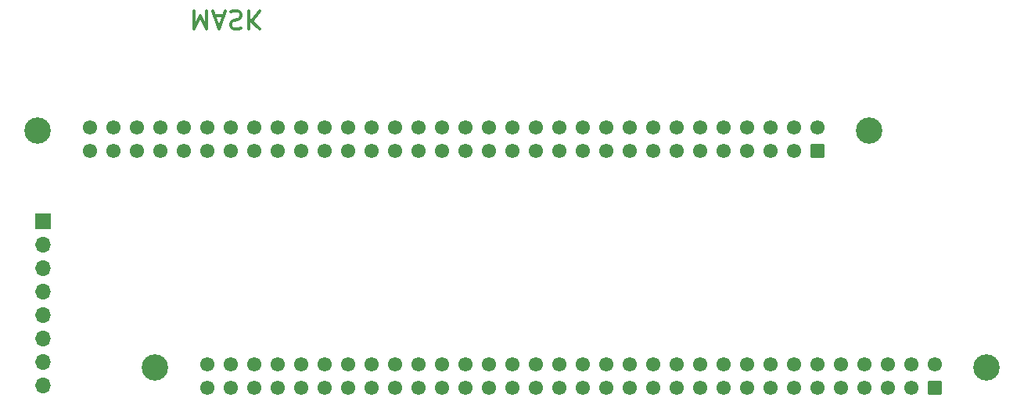
<source format=gbr>
%TF.GenerationSoftware,KiCad,Pcbnew,7.0.11+1*%
%TF.CreationDate,2024-05-02T20:53:07+02:00*%
%TF.ProjectId,Thor_20_backplane,54686f72-5f32-4305-9f62-61636b706c61,0.1*%
%TF.SameCoordinates,Original*%
%TF.FileFunction,Soldermask,Bot*%
%TF.FilePolarity,Negative*%
%FSLAX46Y46*%
G04 Gerber Fmt 4.6, Leading zero omitted, Abs format (unit mm)*
G04 Created by KiCad (PCBNEW 7.0.11+1) date 2024-05-02 20:53:07*
%MOMM*%
%LPD*%
G01*
G04 APERTURE LIST*
G04 Aperture macros list*
%AMRoundRect*
0 Rectangle with rounded corners*
0 $1 Rounding radius*
0 $2 $3 $4 $5 $6 $7 $8 $9 X,Y pos of 4 corners*
0 Add a 4 corners polygon primitive as box body*
4,1,4,$2,$3,$4,$5,$6,$7,$8,$9,$2,$3,0*
0 Add four circle primitives for the rounded corners*
1,1,$1+$1,$2,$3*
1,1,$1+$1,$4,$5*
1,1,$1+$1,$6,$7*
1,1,$1+$1,$8,$9*
0 Add four rect primitives between the rounded corners*
20,1,$1+$1,$2,$3,$4,$5,0*
20,1,$1+$1,$4,$5,$6,$7,0*
20,1,$1+$1,$6,$7,$8,$9,0*
20,1,$1+$1,$8,$9,$2,$3,0*%
G04 Aperture macros list end*
%ADD10C,0.300000*%
%ADD11C,2.850000*%
%ADD12RoundRect,0.249999X0.525001X-0.525001X0.525001X0.525001X-0.525001X0.525001X-0.525001X-0.525001X0*%
%ADD13C,1.550000*%
%ADD14R,1.700000X1.700000*%
%ADD15O,1.700000X1.700000*%
G04 APERTURE END LIST*
D10*
X154057558Y-45599361D02*
X154057558Y-47599361D01*
X154057558Y-47599361D02*
X154724225Y-46170790D01*
X154724225Y-46170790D02*
X155390891Y-47599361D01*
X155390891Y-47599361D02*
X155390891Y-45599361D01*
X156248034Y-46170790D02*
X157200415Y-46170790D01*
X156057558Y-45599361D02*
X156724224Y-47599361D01*
X156724224Y-47599361D02*
X157390891Y-45599361D01*
X157962320Y-45694600D02*
X158248034Y-45599361D01*
X158248034Y-45599361D02*
X158724225Y-45599361D01*
X158724225Y-45599361D02*
X158914701Y-45694600D01*
X158914701Y-45694600D02*
X159009939Y-45789838D01*
X159009939Y-45789838D02*
X159105177Y-45980314D01*
X159105177Y-45980314D02*
X159105177Y-46170790D01*
X159105177Y-46170790D02*
X159009939Y-46361266D01*
X159009939Y-46361266D02*
X158914701Y-46456504D01*
X158914701Y-46456504D02*
X158724225Y-46551742D01*
X158724225Y-46551742D02*
X158343272Y-46646980D01*
X158343272Y-46646980D02*
X158152796Y-46742219D01*
X158152796Y-46742219D02*
X158057558Y-46837457D01*
X158057558Y-46837457D02*
X157962320Y-47027933D01*
X157962320Y-47027933D02*
X157962320Y-47218409D01*
X157962320Y-47218409D02*
X158057558Y-47408885D01*
X158057558Y-47408885D02*
X158152796Y-47504123D01*
X158152796Y-47504123D02*
X158343272Y-47599361D01*
X158343272Y-47599361D02*
X158819463Y-47599361D01*
X158819463Y-47599361D02*
X159105177Y-47504123D01*
X159962320Y-45599361D02*
X159962320Y-47599361D01*
X161105177Y-45599361D02*
X160248034Y-46742219D01*
X161105177Y-47599361D02*
X159962320Y-46456504D01*
D11*
%TO.C,J4*%
X137086000Y-58593000D03*
X227086000Y-58593000D03*
D12*
X221456000Y-60833000D03*
D13*
X218916000Y-60833000D03*
X216376000Y-60833000D03*
X213836000Y-60833000D03*
X211296000Y-60833000D03*
X208756000Y-60833000D03*
X206216000Y-60833000D03*
X203676000Y-60833000D03*
X201136000Y-60833000D03*
X198596000Y-60833000D03*
X196056000Y-60833000D03*
X193516000Y-60833000D03*
X190976000Y-60833000D03*
X188436000Y-60833000D03*
X185896000Y-60833000D03*
X183356000Y-60833000D03*
X180816000Y-60833000D03*
X178276000Y-60833000D03*
X175736000Y-60833000D03*
X173196000Y-60833000D03*
X170656000Y-60833000D03*
X168116000Y-60833000D03*
X165576000Y-60833000D03*
X163036000Y-60833000D03*
X160496000Y-60833000D03*
X157956000Y-60833000D03*
X155416000Y-60833000D03*
X152876000Y-60833000D03*
X150336000Y-60833000D03*
X147796000Y-60833000D03*
X145256000Y-60833000D03*
X142716000Y-60833000D03*
X221456000Y-58293000D03*
X218916000Y-58293000D03*
X216376000Y-58293000D03*
X213836000Y-58293000D03*
X211296000Y-58293000D03*
X208756000Y-58293000D03*
X206216000Y-58293000D03*
X203676000Y-58293000D03*
X201136000Y-58293000D03*
X198596000Y-58293000D03*
X196056000Y-58293000D03*
X193516000Y-58293000D03*
X190976000Y-58293000D03*
X188436000Y-58293000D03*
X185896000Y-58293000D03*
X183356000Y-58293000D03*
X180816000Y-58293000D03*
X178276000Y-58293000D03*
X175736000Y-58293000D03*
X173196000Y-58293000D03*
X170656000Y-58293000D03*
X168116000Y-58293000D03*
X165576000Y-58293000D03*
X163036000Y-58293000D03*
X160496000Y-58293000D03*
X157956000Y-58293000D03*
X155416000Y-58293000D03*
X152876000Y-58293000D03*
X150336000Y-58293000D03*
X147796000Y-58293000D03*
X145256000Y-58293000D03*
X142716000Y-58293000D03*
%TD*%
D11*
%TO.C,J3*%
X149786000Y-84247000D03*
X239786000Y-84247000D03*
D12*
X234156000Y-86487000D03*
D13*
X231616000Y-86487000D03*
X229076000Y-86487000D03*
X226536000Y-86487000D03*
X223996000Y-86487000D03*
X221456000Y-86487000D03*
X218916000Y-86487000D03*
X216376000Y-86487000D03*
X213836000Y-86487000D03*
X211296000Y-86487000D03*
X208756000Y-86487000D03*
X206216000Y-86487000D03*
X203676000Y-86487000D03*
X201136000Y-86487000D03*
X198596000Y-86487000D03*
X196056000Y-86487000D03*
X193516000Y-86487000D03*
X190976000Y-86487000D03*
X188436000Y-86487000D03*
X185896000Y-86487000D03*
X183356000Y-86487000D03*
X180816000Y-86487000D03*
X178276000Y-86487000D03*
X175736000Y-86487000D03*
X173196000Y-86487000D03*
X170656000Y-86487000D03*
X168116000Y-86487000D03*
X165576000Y-86487000D03*
X163036000Y-86487000D03*
X160496000Y-86487000D03*
X157956000Y-86487000D03*
X155416000Y-86487000D03*
X234156000Y-83947000D03*
X231616000Y-83947000D03*
X229076000Y-83947000D03*
X226536000Y-83947000D03*
X223996000Y-83947000D03*
X221456000Y-83947000D03*
X218916000Y-83947000D03*
X216376000Y-83947000D03*
X213836000Y-83947000D03*
X211296000Y-83947000D03*
X208756000Y-83947000D03*
X206216000Y-83947000D03*
X203676000Y-83947000D03*
X201136000Y-83947000D03*
X198596000Y-83947000D03*
X196056000Y-83947000D03*
X193516000Y-83947000D03*
X190976000Y-83947000D03*
X188436000Y-83947000D03*
X185896000Y-83947000D03*
X183356000Y-83947000D03*
X180816000Y-83947000D03*
X178276000Y-83947000D03*
X175736000Y-83947000D03*
X173196000Y-83947000D03*
X170656000Y-83947000D03*
X168116000Y-83947000D03*
X165576000Y-83947000D03*
X163036000Y-83947000D03*
X160496000Y-83947000D03*
X157956000Y-83947000D03*
X155416000Y-83947000D03*
%TD*%
D14*
%TO.C,P8*%
X137636000Y-68453000D03*
D15*
X137636000Y-70993000D03*
X137636000Y-73533000D03*
X137636000Y-76073000D03*
X137636000Y-78613000D03*
X137636000Y-81153000D03*
X137636000Y-83693000D03*
X137636000Y-86233000D03*
%TD*%
M02*

</source>
